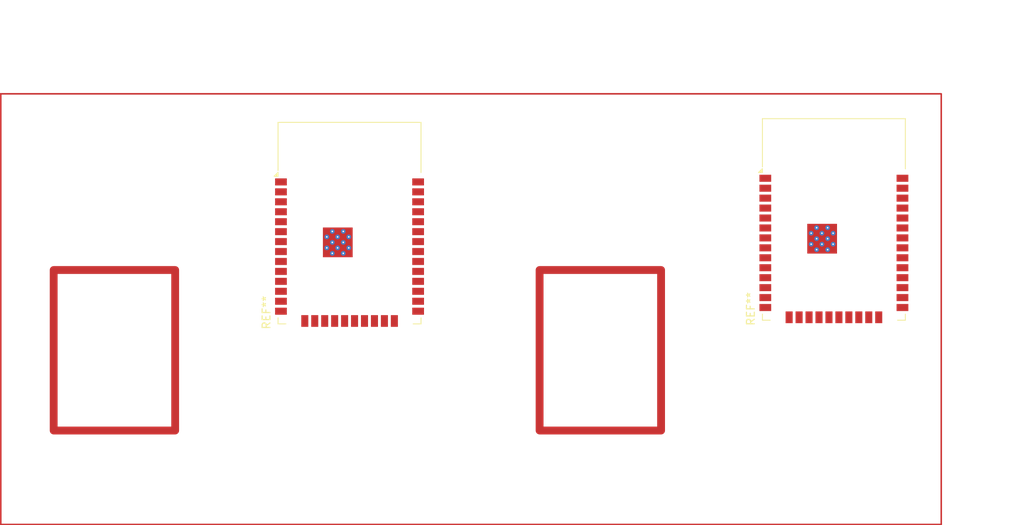
<source format=kicad_pcb>
(kicad_pcb (version 20240108) (generator "pcbnew") (generator_version "8.0")
  (layers (0 "F.Cu" signal) (31 "B.Cu" signal) (34 "B.Paste" user) (35 "F.Paste" user) (36 "B.SilkS" user "B.Silkscreen") (37 "F.SilkS" user "F.Silkscreen") (38 "B.Mask" user) (39 "F.Mask" user) (44 "Edge.Cuts" user))
  (net 0 "")
  (footprint "RF_Module:ESP32-WROOM-32D" (layer "F.Cu") (at 118.3 31.03)
    (property "Reference" "REF**" (at -10.61 8.43 90) (layer "F.SilkS"))
    (property "Value" "ESP32-WROOM-32D")
    (fp_line (start -9.12 -15.86) (end -9.12 -9.7) (stroke (width 0.12)) (layer "F.SilkS"))
    (fp_line (start -9.12 -15.86) (end 9.12 -15.86) (stroke (width 0.12)) (layer "F.SilkS"))
    (fp_line (start -9.12 9.1) (end -9.12 9.88) (stroke (width 0.12)) (layer "F.SilkS"))
    (fp_line (start -9.12 9.88) (end -8.12 9.88) (stroke (width 0.12)) (layer "F.SilkS"))
    (fp_line (start 9.12 -15.86) (end 9.12 -9.445) (stroke (width 0.12)) (layer "F.SilkS"))
    (fp_line (start 9.12 9.1) (end 9.12 9.88) (stroke (width 0.12)) (layer "F.SilkS"))
    (fp_line (start 9.12 9.88) (end 8.12 9.88) (stroke (width 0.12)) (layer "F.SilkS"))
    (fp_poly (pts (xy -9.125 -8.975) (xy -9.625 -8.975) (xy -9.125 -9.475) (xy -9.125 -8.975)) (stroke (width 0.12)) (fill solid) (layer "F.SilkS"))
    (pad "1" smd rect (at -8.75 -8.25) (size 1.5 0.9) (layers "F.Cu" "F.Paste" "F.Mask"))
    (pad "2" smd rect (at -8.75 -6.98) (size 1.5 0.9) (layers "F.Cu" "F.Paste" "F.Mask"))
    (pad "3" smd rect (at -8.75 -5.71) (size 1.5 0.9) (layers "F.Cu" "F.Paste" "F.Mask"))
    (pad "4" smd rect (at -8.75 -4.44) (size 1.5 0.9) (layers "F.Cu" "F.Paste" "F.Mask"))
    (pad "5" smd rect (at -8.75 -3.17) (size 1.5 0.9) (layers "F.Cu" "F.Paste" "F.Mask"))
    (pad "6" smd rect (at -8.75 -1.9) (size 1.5 0.9) (layers "F.Cu" "F.Paste" "F.Mask"))
    (pad "7" smd rect (at -8.75 -0.63) (size 1.5 0.9) (layers "F.Cu" "F.Paste" "F.Mask"))
    (pad "8" smd rect (at -8.75 0.64) (size 1.5 0.9) (layers "F.Cu" "F.Paste" "F.Mask"))
    (pad "9" smd rect (at -8.75 1.91) (size 1.5 0.9) (layers "F.Cu" "F.Paste" "F.Mask"))
    (pad "10" smd rect (at -8.75 3.18) (size 1.5 0.9) (layers "F.Cu" "F.Paste" "F.Mask"))
    (pad "11" smd rect (at -8.75 4.45) (size 1.5 0.9) (layers "F.Cu" "F.Paste" "F.Mask"))
    (pad "12" smd rect (at -8.75 5.72) (size 1.5 0.9) (layers "F.Cu" "F.Paste" "F.Mask"))
    (pad "13" smd rect (at -8.75 6.99) (size 1.5 0.9) (layers "F.Cu" "F.Paste" "F.Mask"))
    (pad "14" smd rect (at -8.75 8.26) (size 1.5 0.9) (layers "F.Cu" "F.Paste" "F.Mask"))
    (pad "15" smd rect (at -5.71 9.51 90) (size 1.5 0.9) (layers "F.Cu" "F.Paste" "F.Mask"))
    (pad "16" smd rect (at -4.44 9.51 90) (size 1.5 0.9) (layers "F.Cu" "F.Paste" "F.Mask"))
    (pad "17" smd rect (at -3.17 9.51 90) (size 1.5 0.9) (layers "F.Cu" "F.Paste" "F.Mask"))
    (pad "18" smd rect (at -1.9 9.51 90) (size 1.5 0.9) (layers "F.Cu" "F.Paste" "F.Mask"))
    (pad "19" smd rect (at -0.63 9.51 90) (size 1.5 0.9) (layers "F.Cu" "F.Paste" "F.Mask"))
    (pad "20" smd rect (at 0.64 9.51 90) (size 1.5 0.9) (layers "F.Cu" "F.Paste" "F.Mask"))
    (pad "21" smd rect (at 1.91 9.51 90) (size 1.5 0.9) (layers "F.Cu" "F.Paste" "F.Mask"))
    (pad "22" smd rect (at 3.18 9.51 90) (size 1.5 0.9) (layers "F.Cu" "F.Paste" "F.Mask"))
    (pad "23" smd rect (at 4.45 9.51 90) (size 1.5 0.9) (layers "F.Cu" "F.Paste" "F.Mask"))
    (pad "24" smd rect (at 5.72 9.51 90) (size 1.5 0.9) (layers "F.Cu" "F.Paste" "F.Mask"))
    (pad "25" smd rect (at 8.75 8.26) (size 1.5 0.9) (layers "F.Cu" "F.Paste" "F.Mask"))
    (pad "26" smd rect (at 8.75 6.99) (size 1.5 0.9) (layers "F.Cu" "F.Paste" "F.Mask"))
    (pad "27" smd rect (at 8.75 5.72) (size 1.5 0.9) (layers "F.Cu" "F.Paste" "F.Mask"))
    (pad "28" smd rect (at 8.75 4.45) (size 1.5 0.9) (layers "F.Cu" "F.Paste" "F.Mask"))
    (pad "29" smd rect (at 8.75 3.18) (size 1.5 0.9) (layers "F.Cu" "F.Paste" "F.Mask"))
    (pad "30" smd rect (at 8.75 1.91) (size 1.5 0.9) (layers "F.Cu" "F.Paste" "F.Mask"))
    (pad "31" smd rect (at 8.75 0.64) (size 1.5 0.9) (layers "F.Cu" "F.Paste" "F.Mask"))
    (pad "32" smd rect (at 8.75 -0.63) (size 1.5 0.9) (layers "F.Cu" "F.Paste" "F.Mask"))
    (pad "33" smd rect (at 8.75 -1.9) (size 1.5 0.9) (layers "F.Cu" "F.Paste" "F.Mask"))
    (pad "34" smd rect (at 8.75 -3.17) (size 1.5 0.9) (layers "F.Cu" "F.Paste" "F.Mask"))
    (pad "35" smd rect (at 8.75 -4.44) (size 1.5 0.9) (layers "F.Cu" "F.Paste" "F.Mask"))
    (pad "36" smd rect (at 8.75 -5.71) (size 1.5 0.9) (layers "F.Cu" "F.Paste" "F.Mask"))
    (pad "37" smd rect (at 8.75 -6.98) (size 1.5 0.9) (layers "F.Cu" "F.Paste" "F.Mask"))
    (pad "38" smd rect (at 8.75 -8.25) (size 1.5 0.9) (layers "F.Cu" "F.Paste" "F.Mask"))
    (pad "39" smd rect (at -2.9 -1.93) (size 0.9 0.9) (layers "F.Cu" "F.Paste"))
    (pad "39" thru_hole circle (at -2.9 -1.23) (size 0.6 0.6) (drill 0.2) (property pad_prop_heatsink) (layers "*.Cu" "F.Mask"))
    (pad "39" smd rect (at -2.9 -0.53) (size 0.9 0.9) (layers "F.Cu" "F.Paste"))
    (pad "39" thru_hole circle (at -2.9 0.17) (size 0.6 0.6) (drill 0.2) (property pad_prop_heatsink) (layers "*.Cu" "F.Mask"))
    (pad "39" smd rect (at -2.9 0.87) (size 0.9 0.9) (layers "F.Cu" "F.Paste"))
    (pad "39" thru_hole circle (at -2.2 -1.93) (size 0.6 0.6) (drill 0.2) (property pad_prop_heatsink) (layers "*.Cu" "F.Mask"))
    (pad "39" thru_hole circle (at -2.2 -0.53) (size 0.6 0.6) (drill 0.2) (property pad_prop_heatsink) (layers "*.Cu" "F.Mask"))
    (pad "39" thru_hole circle (at -2.2 0.87) (size 0.6 0.6) (drill 0.2) (property pad_prop_heatsink) (layers "*.Cu" "F.Mask"))
    (pad "39" thru_hole circle (at -1.525 -1.23) (size 0.6 0.6) (drill 0.2) (property pad_prop_heatsink) (layers "*.Cu" "F.Mask"))
    (pad "39" thru_hole circle (at -1.525 0.17) (size 0.6 0.6) (drill 0.2) (property pad_prop_heatsink) (layers "*.Cu" "F.Mask"))
    (pad "39" smd rect (at -1.5 -1.93) (size 0.9 0.9) (layers "F.Cu" "F.Paste"))
    (pad "39" smd rect (at -1.5 -0.53) (size 0.9 0.9) (layers "F.Cu" "F.Paste"))
    (pad "39" smd rect (at -1.5 -0.53) (size 3.8 3.8) (layers "F.Cu" "F.Mask"))
    (pad "39" smd rect (at -1.5 0.87) (size 0.9 0.9) (layers "F.Cu" "F.Paste"))
    (pad "39" thru_hole circle (at -0.8 -1.93) (size 0.6 0.6) (drill 0.2) (property pad_prop_heatsink) (layers "*.Cu" "F.Mask"))
    (pad "39" thru_hole circle (at -0.8 -0.53) (size 0.6 0.6) (drill 0.2) (property pad_prop_heatsink) (layers "*.Cu" "F.Mask"))
    (pad "39" thru_hole circle (at -0.8 0.87) (size 0.6 0.6) (drill 0.2) (property pad_prop_heatsink) (layers "*.Cu" "F.Mask"))
    (pad "39" smd rect (at -0.1 -1.93) (size 0.9 0.9) (layers "F.Cu" "F.Paste"))
    (pad "39" thru_hole circle (at -0.1 -1.23) (size 0.6 0.6) (drill 0.2) (property pad_prop_heatsink) (layers "*.Cu" "F.Mask"))
    (pad "39" smd rect (at -0.1 -0.53) (size 0.9 0.9) (layers "F.Cu" "F.Paste"))
    (pad "39" thru_hole circle (at -0.1 0.17) (size 0.6 0.6) (drill 0.2) (property pad_prop_heatsink) (layers "*.Cu" "F.Mask"))
    (pad "39" smd rect (at -0.1 0.87) (size 0.9 0.9) (layers "F.Cu" "F.Paste"))
  )
  (footprint "RF_Module:ESP32-WROOM-32D" (layer "F.Cu") (at 56.5 31.5)
    (property "Reference" "REF**" (at -10.61 8.43 90) (layer "F.SilkS"))
    (property "Value" "ESP32-WROOM-32D")
    (fp_line (start -9.12 -15.86) (end -9.12 -9.7) (stroke (width 0.12)) (layer "F.SilkS"))
    (fp_line (start -9.12 -15.86) (end 9.12 -15.86) (stroke (width 0.12)) (layer "F.SilkS"))
    (fp_line (start -9.12 9.1) (end -9.12 9.88) (stroke (width 0.12)) (layer "F.SilkS"))
    (fp_line (start -9.12 9.88) (end -8.12 9.88) (stroke (width 0.12)) (layer "F.SilkS"))
    (fp_line (start 9.12 -15.86) (end 9.12 -9.445) (stroke (width 0.12)) (layer "F.SilkS"))
    (fp_line (start 9.12 9.1) (end 9.12 9.88) (stroke (width 0.12)) (layer "F.SilkS"))
    (fp_line (start 9.12 9.88) (end 8.12 9.88) (stroke (width 0.12)) (layer "F.SilkS"))
    (fp_poly (pts (xy -9.125 -8.975) (xy -9.625 -8.975) (xy -9.125 -9.475) (xy -9.125 -8.975)) (stroke (width 0.12)) (fill solid) (layer "F.SilkS"))
    (pad "1" smd rect (at -8.75 -8.25) (size 1.5 0.9) (layers "F.Cu" "F.Paste" "F.Mask"))
    (pad "2" smd rect (at -8.75 -6.98) (size 1.5 0.9) (layers "F.Cu" "F.Paste" "F.Mask"))
    (pad "3" smd rect (at -8.75 -5.71) (size 1.5 0.9) (layers "F.Cu" "F.Paste" "F.Mask"))
    (pad "4" smd rect (at -8.75 -4.44) (size 1.5 0.9) (layers "F.Cu" "F.Paste" "F.Mask"))
    (pad "5" smd rect (at -8.75 -3.17) (size 1.5 0.9) (layers "F.Cu" "F.Paste" "F.Mask"))
    (pad "6" smd rect (at -8.75 -1.9) (size 1.5 0.9) (layers "F.Cu" "F.Paste" "F.Mask"))
    (pad "7" smd rect (at -8.75 -0.63) (size 1.5 0.9) (layers "F.Cu" "F.Paste" "F.Mask"))
    (pad "8" smd rect (at -8.75 0.64) (size 1.5 0.9) (layers "F.Cu" "F.Paste" "F.Mask"))
    (pad "9" smd rect (at -8.75 1.91) (size 1.5 0.9) (layers "F.Cu" "F.Paste" "F.Mask"))
    (pad "10" smd rect (at -8.75 3.18) (size 1.5 0.9) (layers "F.Cu" "F.Paste" "F.Mask"))
    (pad "11" smd rect (at -8.75 4.45) (size 1.5 0.9) (layers "F.Cu" "F.Paste" "F.Mask"))
    (pad "12" smd rect (at -8.75 5.72) (size 1.5 0.9) (layers "F.Cu" "F.Paste" "F.Mask"))
    (pad "13" smd rect (at -8.75 6.99) (size 1.5 0.9) (layers "F.Cu" "F.Paste" "F.Mask"))
    (pad "14" smd rect (at -8.75 8.26) (size 1.5 0.9) (layers "F.Cu" "F.Paste" "F.Mask"))
    (pad "15" smd rect (at -5.71 9.51 90) (size 1.5 0.9) (layers "F.Cu" "F.Paste" "F.Mask"))
    (pad "16" smd rect (at -4.44 9.51 90) (size 1.5 0.9) (layers "F.Cu" "F.Paste" "F.Mask"))
    (pad "17" smd rect (at -3.17 9.51 90) (size 1.5 0.9) (layers "F.Cu" "F.Paste" "F.Mask"))
    (pad "18" smd rect (at -1.9 9.51 90) (size 1.5 0.9) (layers "F.Cu" "F.Paste" "F.Mask"))
    (pad "19" smd rect (at -0.63 9.51 90) (size 1.5 0.9) (layers "F.Cu" "F.Paste" "F.Mask"))
    (pad "20" smd rect (at 0.64 9.51 90) (size 1.5 0.9) (layers "F.Cu" "F.Paste" "F.Mask"))
    (pad "21" smd rect (at 1.91 9.51 90) (size 1.5 0.9) (layers "F.Cu" "F.Paste" "F.Mask"))
    (pad "22" smd rect (at 3.18 9.51 90) (size 1.5 0.9) (layers "F.Cu" "F.Paste" "F.Mask"))
    (pad "23" smd rect (at 4.45 9.51 90) (size 1.5 0.9) (layers "F.Cu" "F.Paste" "F.Mask"))
    (pad "24" smd rect (at 5.72 9.51 90) (size 1.5 0.9) (layers "F.Cu" "F.Paste" "F.Mask"))
    (pad "25" smd rect (at 8.75 8.26) (size 1.5 0.9) (layers "F.Cu" "F.Paste" "F.Mask"))
    (pad "26" smd rect (at 8.75 6.99) (size 1.5 0.9) (layers "F.Cu" "F.Paste" "F.Mask"))
    (pad "27" smd rect (at 8.75 5.72) (size 1.5 0.9) (layers "F.Cu" "F.Paste" "F.Mask"))
    (pad "28" smd rect (at 8.75 4.45) (size 1.5 0.9) (layers "F.Cu" "F.Paste" "F.Mask"))
    (pad "29" smd rect (at 8.75 3.18) (size 1.5 0.9) (layers "F.Cu" "F.Paste" "F.Mask"))
    (pad "30" smd rect (at 8.75 1.91) (size 1.5 0.9) (layers "F.Cu" "F.Paste" "F.Mask"))
    (pad "31" smd rect (at 8.75 0.64) (size 1.5 0.9) (layers "F.Cu" "F.Paste" "F.Mask"))
    (pad "32" smd rect (at 8.75 -0.63) (size 1.5 0.9) (layers "F.Cu" "F.Paste" "F.Mask"))
    (pad "33" smd rect (at 8.75 -1.9) (size 1.5 0.9) (layers "F.Cu" "F.Paste" "F.Mask"))
    (pad "34" smd rect (at 8.75 -3.17) (size 1.5 0.9) (layers "F.Cu" "F.Paste" "F.Mask"))
    (pad "35" smd rect (at 8.75 -4.44) (size 1.5 0.9) (layers "F.Cu" "F.Paste" "F.Mask"))
    (pad "36" smd rect (at 8.75 -5.71) (size 1.5 0.9) (layers "F.Cu" "F.Paste" "F.Mask"))
    (pad "37" smd rect (at 8.75 -6.98) (size 1.5 0.9) (layers "F.Cu" "F.Paste" "F.Mask"))
    (pad "38" smd rect (at 8.75 -8.25) (size 1.5 0.9) (layers "F.Cu" "F.Paste" "F.Mask"))
    (pad "39" smd rect (at -2.9 -1.93) (size 0.9 0.9) (layers "F.Cu" "F.Paste"))
    (pad "39" thru_hole circle (at -2.9 -1.23) (size 0.6 0.6) (drill 0.2) (property pad_prop_heatsink) (layers "*.Cu" "F.Mask"))
    (pad "39" smd rect (at -2.9 -0.53) (size 0.9 0.9) (layers "F.Cu" "F.Paste"))
    (pad "39" thru_hole circle (at -2.9 0.17) (size 0.6 0.6) (drill 0.2) (property pad_prop_heatsink) (layers "*.Cu" "F.Mask"))
    (pad "39" smd rect (at -2.9 0.87) (size 0.9 0.9) (layers "F.Cu" "F.Paste"))
    (pad "39" thru_hole circle (at -2.2 -1.93) (size 0.6 0.6) (drill 0.2) (property pad_prop_heatsink) (layers "*.Cu" "F.Mask"))
    (pad "39" thru_hole circle (at -2.2 -0.53) (size 0.6 0.6) (drill 0.2) (property pad_prop_heatsink) (layers "*.Cu" "F.Mask"))
    (pad "39" thru_hole circle (at -2.2 0.87) (size 0.6 0.6) (drill 0.2) (property pad_prop_heatsink) (layers "*.Cu" "F.Mask"))
    (pad "39" thru_hole circle (at -1.525 -1.23) (size 0.6 0.6) (drill 0.2) (property pad_prop_heatsink) (layers "*.Cu" "F.Mask"))
    (pad "39" thru_hole circle (at -1.525 0.17) (size 0.6 0.6) (drill 0.2) (property pad_prop_heatsink) (layers "*.Cu" "F.Mask"))
    (pad "39" smd rect (at -1.5 -1.93) (size 0.9 0.9) (layers "F.Cu" "F.Paste"))
    (pad "39" smd rect (at -1.5 -0.53) (size 0.9 0.9) (layers "F.Cu" "F.Paste"))
    (pad "39" smd rect (at -1.5 -0.53) (size 3.8 3.8) (layers "F.Cu" "F.Mask"))
    (pad "39" smd rect (at -1.5 0.87) (size 0.9 0.9) (layers "F.Cu" "F.Paste"))
    (pad "39" thru_hole circle (at -0.8 -1.93) (size 0.6 0.6) (drill 0.2) (property pad_prop_heatsink) (layers "*.Cu" "F.Mask"))
    (pad "39" thru_hole circle (at -0.8 -0.53) (size 0.6 0.6) (drill 0.2) (property pad_prop_heatsink) (layers "*.Cu" "F.Mask"))
    (pad "39" thru_hole circle (at -0.8 0.87) (size 0.6 0.6) (drill 0.2) (property pad_prop_heatsink) (layers "*.Cu" "F.Mask"))
    (pad "39" smd rect (at -0.1 -1.93) (size 0.9 0.9) (layers "F.Cu" "F.Paste"))
    (pad "39" thru_hole circle (at -0.1 -1.23) (size 0.6 0.6) (drill 0.2) (property pad_prop_heatsink) (layers "*.Cu" "F.Mask"))
    (pad "39" smd rect (at -0.1 -0.53) (size 0.9 0.9) (layers "F.Cu" "F.Paste"))
    (pad "39" thru_hole circle (at -0.1 0.17) (size 0.6 0.6) (drill 0.2) (property pad_prop_heatsink) (layers "*.Cu" "F.Mask"))
    (pad "39" smd rect (at -0.1 0.87) (size 0.9 0.9) (layers "F.Cu" "F.Paste"))
  )
  (gr_rect (start 12 12) (end 132 67) (stroke (width 0.2)) (fill none) (layer "F.Cu"))
  (gr_rect (start 80.75 34.5) (end 96.25 55) (stroke (width 1)) (fill none) (layer "F.Cu"))
  (gr_rect (start 18.75 34.5) (end 34.25 55) (stroke (width 1)) (fill none) (layer "F.Cu"))
)
</source>
